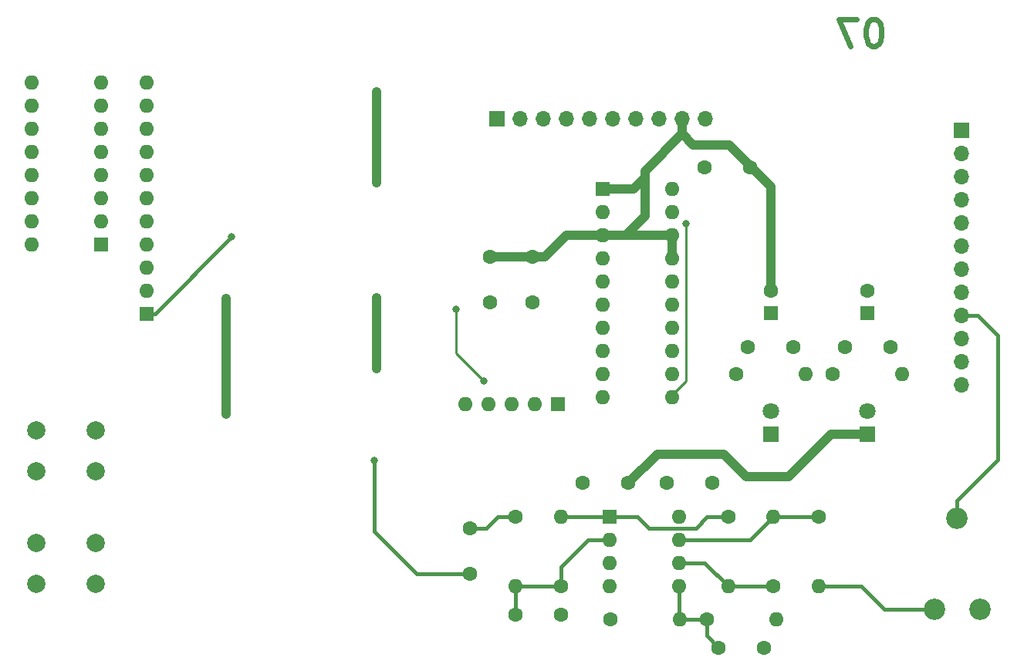
<source format=gbr>
G04 #@! TF.GenerationSoftware,KiCad,Pcbnew,8.0.7*
G04 #@! TF.CreationDate,2025-03-21T14:13:05-04:00*
G04 #@! TF.ProjectId,TRS2-Voice,54525332-2d56-46f6-9963-652e6b696361,rev?*
G04 #@! TF.SameCoordinates,Original*
G04 #@! TF.FileFunction,Copper,L2,Bot*
G04 #@! TF.FilePolarity,Positive*
%FSLAX46Y46*%
G04 Gerber Fmt 4.6, Leading zero omitted, Abs format (unit mm)*
G04 Created by KiCad (PCBNEW 8.0.7) date 2025-03-21 14:13:05*
%MOMM*%
%LPD*%
G01*
G04 APERTURE LIST*
%ADD10C,0.600000*%
G04 #@! TA.AperFunction,NonConductor*
%ADD11C,0.600000*%
G04 #@! TD*
G04 #@! TA.AperFunction,ComponentPad*
%ADD12R,1.700000X1.700000*%
G04 #@! TD*
G04 #@! TA.AperFunction,ComponentPad*
%ADD13O,1.700000X1.700000*%
G04 #@! TD*
G04 #@! TA.AperFunction,ComponentPad*
%ADD14C,1.600000*%
G04 #@! TD*
G04 #@! TA.AperFunction,ComponentPad*
%ADD15O,1.600000X1.600000*%
G04 #@! TD*
G04 #@! TA.AperFunction,ComponentPad*
%ADD16R,1.600000X1.600000*%
G04 #@! TD*
G04 #@! TA.AperFunction,ComponentPad*
%ADD17C,2.340000*%
G04 #@! TD*
G04 #@! TA.AperFunction,ComponentPad*
%ADD18C,2.000000*%
G04 #@! TD*
G04 #@! TA.AperFunction,ComponentPad*
%ADD19R,1.800000X1.800000*%
G04 #@! TD*
G04 #@! TA.AperFunction,ComponentPad*
%ADD20C,1.800000*%
G04 #@! TD*
G04 #@! TA.AperFunction,ViaPad*
%ADD21C,0.800000*%
G04 #@! TD*
G04 #@! TA.AperFunction,Conductor*
%ADD22C,1.000000*%
G04 #@! TD*
G04 #@! TA.AperFunction,Conductor*
%ADD23C,0.250000*%
G04 #@! TD*
G04 #@! TA.AperFunction,Conductor*
%ADD24C,0.400000*%
G04 #@! TD*
G04 APERTURE END LIST*
D10*
D11*
X150059828Y-35821657D02*
X149774114Y-35821657D01*
X149774114Y-35821657D02*
X149488400Y-35964514D01*
X149488400Y-35964514D02*
X149345543Y-36107371D01*
X149345543Y-36107371D02*
X149202685Y-36393085D01*
X149202685Y-36393085D02*
X149059828Y-36964514D01*
X149059828Y-36964514D02*
X149059828Y-37678800D01*
X149059828Y-37678800D02*
X149202685Y-38250228D01*
X149202685Y-38250228D02*
X149345543Y-38535942D01*
X149345543Y-38535942D02*
X149488400Y-38678800D01*
X149488400Y-38678800D02*
X149774114Y-38821657D01*
X149774114Y-38821657D02*
X150059828Y-38821657D01*
X150059828Y-38821657D02*
X150345543Y-38678800D01*
X150345543Y-38678800D02*
X150488400Y-38535942D01*
X150488400Y-38535942D02*
X150631257Y-38250228D01*
X150631257Y-38250228D02*
X150774114Y-37678800D01*
X150774114Y-37678800D02*
X150774114Y-36964514D01*
X150774114Y-36964514D02*
X150631257Y-36393085D01*
X150631257Y-36393085D02*
X150488400Y-36107371D01*
X150488400Y-36107371D02*
X150345543Y-35964514D01*
X150345543Y-35964514D02*
X150059828Y-35821657D01*
X148059828Y-35821657D02*
X146059828Y-35821657D01*
X146059828Y-35821657D02*
X147345542Y-38821657D01*
D12*
X159590000Y-48020000D03*
D13*
X159590000Y-50560000D03*
X159590000Y-53100000D03*
X159590000Y-55640000D03*
X159590000Y-58180000D03*
X159590000Y-60720000D03*
X159590000Y-63260000D03*
X159590000Y-65800000D03*
X159590000Y-68340000D03*
X159590000Y-70880000D03*
X159590000Y-73420000D03*
X159590000Y-75960000D03*
D14*
X143930000Y-90460000D03*
D15*
X143930000Y-98080000D03*
D14*
X112522000Y-66932000D03*
X112522000Y-61932000D03*
D16*
X138631200Y-68131200D03*
D14*
X138631200Y-65631200D03*
X105600000Y-91746400D03*
X105600000Y-96746400D03*
X115600000Y-98056400D03*
D15*
X115600000Y-90436400D03*
D14*
X121000000Y-101750000D03*
D15*
X128620000Y-101750000D03*
D14*
X151761200Y-71831200D03*
X146761200Y-71831200D03*
X107848400Y-66929000D03*
X107848400Y-61929000D03*
X134821200Y-74831200D03*
D15*
X142441200Y-74831200D03*
D14*
X131590000Y-101750000D03*
D15*
X139210000Y-101750000D03*
D12*
X108620000Y-46790000D03*
D13*
X111160000Y-46790000D03*
X113700000Y-46790000D03*
X116240000Y-46790000D03*
X118780000Y-46790000D03*
X121320000Y-46790000D03*
X123860000Y-46790000D03*
X126400000Y-46790000D03*
X128940000Y-46790000D03*
X131480000Y-46790000D03*
D16*
X70121500Y-68195000D03*
D15*
X70121500Y-65655000D03*
X70121500Y-63115000D03*
X70121500Y-60575000D03*
X70121500Y-58035000D03*
X70121500Y-55495000D03*
X70121500Y-52955000D03*
X70121500Y-50415000D03*
X70121500Y-47875000D03*
X70121500Y-45335000D03*
X70121500Y-42795000D03*
D16*
X120152000Y-54515000D03*
D15*
X120152000Y-57055000D03*
X120152000Y-59595000D03*
X120152000Y-62135000D03*
X120152000Y-64675000D03*
X120152000Y-67215000D03*
X120152000Y-69755000D03*
X120152000Y-72295000D03*
X120152000Y-74835000D03*
X120152000Y-77375000D03*
X127772000Y-77375000D03*
X127772000Y-74835000D03*
X127772000Y-72295000D03*
X127772000Y-69755000D03*
X127772000Y-67215000D03*
X127772000Y-64675000D03*
X127772000Y-62135000D03*
X127772000Y-59595000D03*
X127772000Y-57055000D03*
X127772000Y-54515000D03*
D14*
X138890000Y-98080000D03*
D15*
X138890000Y-90460000D03*
D14*
X136131200Y-71831200D03*
X141131200Y-71831200D03*
X127177200Y-86778800D03*
X132177200Y-86778800D03*
D17*
X161552400Y-100605600D03*
X159052400Y-90605600D03*
X156552400Y-100605600D03*
D14*
X110600000Y-101190000D03*
X115600000Y-101190000D03*
X132900000Y-104850000D03*
X137900000Y-104850000D03*
D18*
X58040000Y-93340000D03*
X64540000Y-93340000D03*
X58040000Y-97840000D03*
X64540000Y-97840000D03*
D19*
X138631200Y-81371200D03*
D20*
X138631200Y-78831200D03*
D16*
X115300000Y-78100000D03*
D15*
X112760000Y-78100000D03*
X110220000Y-78100000D03*
X107680000Y-78100000D03*
X105140000Y-78100000D03*
D14*
X145451200Y-74831200D03*
D15*
X153071200Y-74831200D03*
D14*
X131390000Y-52100000D03*
X136390000Y-52100000D03*
D19*
X149261200Y-81371200D03*
D20*
X149261200Y-78831200D03*
D14*
X110596400Y-90440000D03*
D15*
X110596400Y-98060000D03*
D16*
X65157500Y-60560000D03*
D15*
X65157500Y-58020000D03*
X65157500Y-55480000D03*
X65157500Y-52940000D03*
X65157500Y-50400000D03*
X65157500Y-47860000D03*
X65157500Y-45320000D03*
X65157500Y-42780000D03*
X57537500Y-42780000D03*
X57537500Y-45320000D03*
X57537500Y-47860000D03*
X57537500Y-50400000D03*
X57537500Y-52940000D03*
X57537500Y-55480000D03*
X57537500Y-58020000D03*
X57537500Y-60560000D03*
D14*
X133960000Y-90460000D03*
D15*
X133960000Y-98080000D03*
D16*
X120920000Y-90430000D03*
D15*
X120920000Y-92970000D03*
X120920000Y-95510000D03*
X120920000Y-98050000D03*
X128540000Y-98050000D03*
X128540000Y-95510000D03*
X128540000Y-92970000D03*
X128540000Y-90430000D03*
D16*
X149261200Y-68131200D03*
D14*
X149261200Y-65631200D03*
X123013200Y-86778800D03*
X118013200Y-86778800D03*
D18*
X58050000Y-80970000D03*
X64550000Y-80970000D03*
X58050000Y-85470000D03*
X64550000Y-85470000D03*
D21*
X95350000Y-43800000D03*
X78900000Y-79170000D03*
X95340000Y-74210000D03*
X95340000Y-66460000D03*
X95360000Y-53770000D03*
X78900000Y-66470000D03*
X95100000Y-84250000D03*
X129290000Y-58290000D03*
X104140000Y-67691000D03*
X107188000Y-75565000D03*
X79480000Y-59760000D03*
D22*
X149361200Y-65531200D02*
X149261200Y-65631200D01*
X133450000Y-83600000D02*
X126192000Y-83600000D01*
X135900000Y-86050000D02*
X133450000Y-83600000D01*
X126192000Y-83600000D02*
X123013200Y-86778800D01*
X140610000Y-86050000D02*
X135900000Y-86050000D01*
X149261200Y-81371200D02*
X145288800Y-81371200D01*
X145288800Y-81371200D02*
X140610000Y-86050000D01*
X124840000Y-57460000D02*
X124840000Y-53230000D01*
X138631200Y-65631200D02*
X138631200Y-54216200D01*
X95360000Y-43810000D02*
X95350000Y-43800000D01*
X122705000Y-59595000D02*
X124840000Y-57460000D01*
X138631200Y-54216200D02*
X136104000Y-51689000D01*
X120152000Y-59595000D02*
X122650000Y-59595000D01*
X95360000Y-53770000D02*
X95360000Y-49150000D01*
X127772000Y-62135000D02*
X127772000Y-59595000D01*
X124840000Y-52530000D02*
X128940000Y-48430000D01*
X113848000Y-61932000D02*
X116185000Y-59595000D01*
D23*
X112519000Y-61929000D02*
X112522000Y-61932000D01*
D22*
X107848400Y-61929000D02*
X112519000Y-61929000D01*
X78900000Y-66470000D02*
X78900000Y-79170000D01*
X122650000Y-59595000D02*
X122705000Y-59595000D01*
X130130000Y-49620000D02*
X128940000Y-48430000D01*
X128940000Y-48430000D02*
X128940000Y-46790000D01*
X95360000Y-49150000D02*
X95360000Y-43810000D01*
X95340000Y-66460000D02*
X95340000Y-74210000D01*
X136104000Y-51689000D02*
X134035000Y-49620000D01*
X123555000Y-54515000D02*
X124840000Y-53230000D01*
X120152000Y-54515000D02*
X123555000Y-54515000D01*
X112522000Y-61932000D02*
X113848000Y-61932000D01*
X124840000Y-53230000D02*
X124840000Y-52530000D01*
X120152000Y-59595000D02*
X116185000Y-59595000D01*
X134035000Y-49620000D02*
X130130000Y-49620000D01*
X122650000Y-59595000D02*
X127772000Y-59595000D01*
D24*
X95100000Y-92050000D02*
X99796400Y-96746400D01*
X99796400Y-96746400D02*
X105600000Y-96746400D01*
X95100000Y-84250000D02*
X95100000Y-92050000D01*
X108680000Y-90440000D02*
X110596400Y-90440000D01*
X105600000Y-91746400D02*
X107373600Y-91746400D01*
X107373600Y-91746400D02*
X108680000Y-90440000D01*
X110596400Y-98060000D02*
X110596400Y-101186400D01*
X118570000Y-92970000D02*
X115600000Y-95940000D01*
X120920000Y-92970000D02*
X118570000Y-92970000D01*
X115600000Y-95940000D02*
X115600000Y-98056400D01*
X110596400Y-98060000D02*
X115596400Y-98060000D01*
X161304000Y-68340000D02*
X159590000Y-68340000D01*
X163550600Y-70586600D02*
X161304000Y-68340000D01*
X163550600Y-84201000D02*
X163550600Y-70586600D01*
X159052400Y-88699200D02*
X163550600Y-84201000D01*
X159052400Y-90605600D02*
X159052400Y-88699200D01*
D23*
X129290000Y-75595000D02*
X129290000Y-74600000D01*
X127510000Y-77375000D02*
X129290000Y-75595000D01*
X129290000Y-58290000D02*
X129290000Y-74600000D01*
D24*
X138890000Y-98080000D02*
X133960000Y-98080000D01*
X128540000Y-95510000D02*
X131390000Y-95510000D01*
X131390000Y-95510000D02*
X133960000Y-98080000D01*
D23*
X128540000Y-101670000D02*
X128620000Y-101750000D01*
D24*
X128620000Y-101750000D02*
X131590000Y-101750000D01*
X131590000Y-103540000D02*
X132900000Y-104850000D01*
X128540000Y-98050000D02*
X128540000Y-101670000D01*
X131590000Y-101750000D02*
X131590000Y-103540000D01*
D23*
X104140000Y-72517000D02*
X107188000Y-75565000D01*
X104140000Y-67691000D02*
X104140000Y-72517000D01*
X65121700Y-50415000D02*
X65106700Y-50400000D01*
X65121700Y-55495000D02*
X65106700Y-55480000D01*
X70106500Y-45320000D02*
X70121500Y-45335000D01*
X65121700Y-42795000D02*
X65106700Y-42780000D01*
X70106500Y-52940000D02*
X70121500Y-52955000D01*
D24*
X79480000Y-59760000D02*
X71045000Y-68195000D01*
X71045000Y-68195000D02*
X70121500Y-68195000D01*
D22*
X107986200Y-66929000D02*
X107975400Y-66939800D01*
D23*
X65121700Y-60575000D02*
X65106700Y-60560000D01*
X70106500Y-58020000D02*
X70121500Y-58035000D01*
X70106500Y-47860000D02*
X70121500Y-47875000D01*
D24*
X133960000Y-90460000D02*
X131640000Y-90460000D01*
X131640000Y-90460000D02*
X130400000Y-91700000D01*
X115600000Y-90436400D02*
X120913600Y-90436400D01*
X123990000Y-90430000D02*
X120920000Y-90430000D01*
X125260000Y-91700000D02*
X123990000Y-90430000D01*
X130400000Y-91700000D02*
X125260000Y-91700000D01*
X128540000Y-92970000D02*
X136380000Y-92970000D01*
X136380000Y-92970000D02*
X138890000Y-90460000D01*
X143930000Y-90460000D02*
X138890000Y-90460000D01*
X148530000Y-98080000D02*
X143930000Y-98080000D01*
X156552400Y-100605600D02*
X151055600Y-100605600D01*
X151055600Y-100605600D02*
X148530000Y-98080000D01*
M02*

</source>
